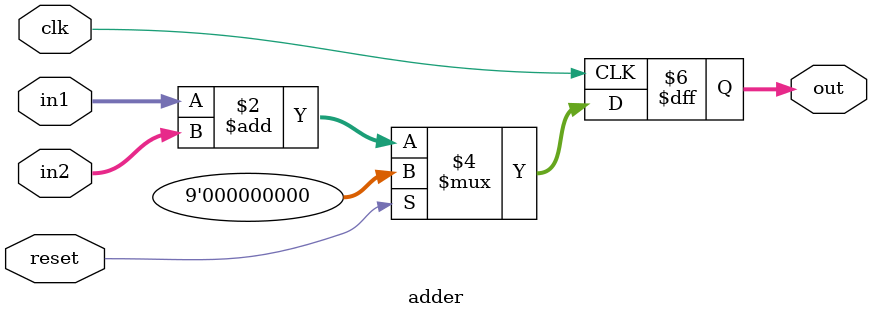
<source format=v>
module adder(input clk,
             reset,
             input [7:0] in1,
             input [7:0] in2,
             output reg [8:0] out);

  always @(posedge clk)begin
    if(reset)
      out <= 0;
    else
      out <= in1 + in2;
  end
endmodule

</source>
